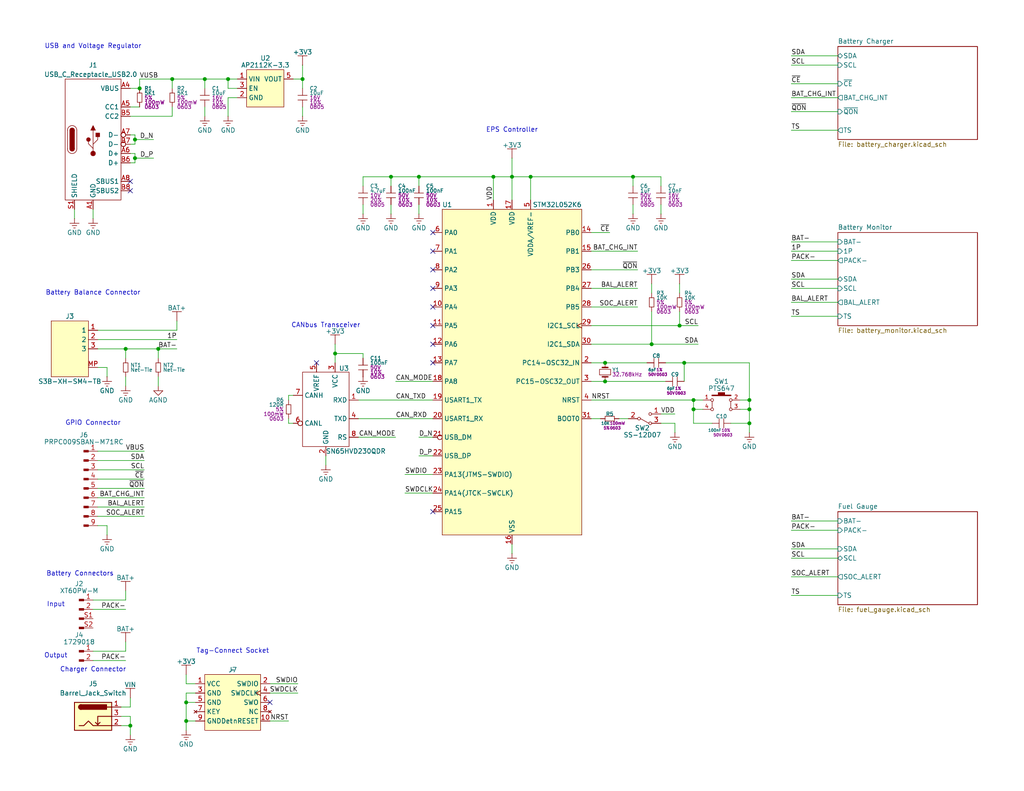
<source format=kicad_sch>
(kicad_sch (version 20231120) (generator "eeschema") (generator_version "8.0")
  (paper "USLetter")
  (title_block (title "BMS Breakout Board") (date "2024-11-01") (rev "01") (comment 2 "PROTOTYPE") (comment 3 "2024"))
  (junction (at 139.7 48.26))
  (junction (at 177.8 93.98))
  (junction (at 172.72 48.26))
  (junction (at 50.8 196.85))
  (junction (at 82.55 21.59))
  (junction (at 62.23 21.59))
  (junction (at 46.99 21.59))
  (junction (at 50.8 191.77))
  (junction (at 114.3 48.26))
  (junction (at 165.1 99.06))
  (junction (at 106.68 48.26))
  (junction (at 35.56 198.12))
  (junction (at 43.18 95.25))
  (junction (at 144.78 48.26))
  (junction (at 165.1 104.14))
  (junction (at 36.83 43.18))
  (junction (at 204.47 111.76))
  (junction (at 204.47 109.22))
  (junction (at 91.44 96.52))
  (junction (at 186.69 99.06))
  (junction (at 55.88 21.59))
  (junction (at 134.62 48.26))
  (junction (at 34.29 95.25))
  (junction (at 189.23 111.76))
  (junction (at 189.23 109.22))
  (junction (at 185.42 88.9))
  (junction (at 36.83 38.1))
  (junction (at 38.1 24.13))
  (junction (at 204.47 115.57))
  (no_connect (at 118.11 73.66))
  (no_connect (at 118.11 63.5))
  (no_connect (at 35.56 49.53))
  (no_connect (at 73.66 191.77))
  (no_connect (at 35.56 52.07))
  (no_connect (at 118.11 99.06))
  (no_connect (at 86.36 99.06))
  (no_connect (at 118.11 68.58))
  (no_connect (at 118.11 139.7))
  (no_connect (at 118.11 88.9))
  (no_connect (at 118.11 93.98))
  (no_connect (at 118.11 83.82))
  (no_connect (at 118.11 78.74))
  (wire (pts (xy 165.1 99.06) (xy 176.53 99.06)))
  (wire (pts (xy 35.56 29.21) (xy 38.1 29.21)))
  (wire (pts (xy 161.29 73.66) (xy 173.99 73.66)))
  (wire (pts (xy 215.9 82.55) (xy 228.6 82.55)))
  (wire (pts (xy 41.91 43.18) (xy 36.83 43.18)))
  (wire (pts (xy 53.34 191.77) (xy 50.8 191.77)))
  (wire (pts (xy 26.67 123.19) (xy 39.37 123.19)))
  (wire (pts (xy 91.44 93.98) (xy 91.44 96.52)))
  (wire (pts (xy 139.7 48.26) (xy 134.62 48.26)))
  (wire (pts (xy 139.7 48.26) (xy 144.78 48.26)))
  (wire (pts (xy 189.23 115.57) (xy 194.31 115.57)))
  (wire (pts (xy 50.8 199.39) (xy 50.8 196.85)))
  (wire (pts (xy 180.34 48.26) (xy 172.72 48.26)))
  (wire (pts (xy 185.42 77.47) (xy 185.42 80.01)))
  (wire (pts (xy 26.67 138.43) (xy 39.37 138.43)))
  (wire (pts (xy 110.49 129.54) (xy 118.11 129.54)))
  (wire (pts (xy 34.29 175.26) (xy 34.29 177.8)))
  (wire (pts (xy 50.8 186.69) (xy 53.34 186.69)))
  (wire (pts (xy 114.3 119.38) (xy 118.11 119.38)))
  (wire (pts (xy 180.34 115.57) (xy 184.15 115.57)))
  (wire (pts (xy 73.66 186.69) (xy 81.28 186.69)))
  (wire (pts (xy 26.67 92.71) (xy 48.26 92.71)))
  (wire (pts (xy 215.9 66.04) (xy 228.6 66.04)))
  (wire (pts (xy 43.18 95.25) (xy 43.18 97.79)))
  (wire (pts (xy 78.74 109.22) (xy 78.74 107.95)))
  (wire (pts (xy 215.9 35.56) (xy 228.6 35.56)))
  (wire (pts (xy 46.99 21.59) (xy 46.99 24.13)))
  (wire (pts (xy 26.67 128.27) (xy 39.37 128.27)))
  (wire (pts (xy 189.23 109.22) (xy 191.77 109.22)))
  (wire (pts (xy 161.29 109.22) (xy 189.23 109.22)))
  (wire (pts (xy 26.67 135.89) (xy 39.37 135.89)))
  (wire (pts (xy 35.56 36.83) (xy 36.83 36.83)))
  (wire (pts (xy 215.9 68.58) (xy 228.6 68.58)))
  (wire (pts (xy 134.62 48.26) (xy 134.62 54.61)))
  (wire (pts (xy 55.88 21.59) (xy 62.23 21.59)))
  (wire (pts (xy 172.72 50.8) (xy 172.72 48.26)))
  (wire (pts (xy 82.55 24.13) (xy 82.55 21.59)))
  (wire (pts (xy 99.06 48.26) (xy 99.06 50.8)))
  (wire (pts (xy 114.3 55.88) (xy 114.3 58.42)))
  (wire (pts (xy 139.7 148.59) (xy 139.7 151.13)))
  (wire (pts (xy 78.74 114.3) (xy 78.74 115.57)))
  (wire (pts (xy 55.88 29.21) (xy 55.88 31.75)))
  (wire (pts (xy 186.69 99.06) (xy 204.47 99.06)))
  (wire (pts (xy 114.3 124.46) (xy 118.11 124.46)))
  (wire (pts (xy 180.34 113.03) (xy 184.15 113.03)))
  (wire (pts (xy 189.23 111.76) (xy 189.23 115.57)))
  (wire (pts (xy 34.29 102.87) (xy 34.29 105.41)))
  (wire (pts (xy 161.29 114.3) (xy 163.83 114.3)))
  (wire (pts (xy 82.55 21.59) (xy 80.01 21.59)))
  (wire (pts (xy 177.8 77.47) (xy 177.8 80.01)))
  (wire (pts (xy 35.56 31.75) (xy 46.99 31.75)))
  (wire (pts (xy 215.9 71.12) (xy 228.6 71.12)))
  (wire (pts (xy 35.56 41.91) (xy 36.83 41.91)))
  (wire (pts (xy 26.67 125.73) (xy 39.37 125.73)))
  (wire (pts (xy 25.4 166.37) (xy 34.29 166.37)))
  (wire (pts (xy 50.8 191.77) (xy 50.8 196.85)))
  (wire (pts (xy 91.44 96.52) (xy 99.06 96.52)))
  (wire (pts (xy 215.9 142.24) (xy 228.6 142.24)))
  (wire (pts (xy 35.56 193.04) (xy 33.02 193.04)))
  (wire (pts (xy 50.8 189.23) (xy 50.8 191.77)))
  (wire (pts (xy 82.55 29.21) (xy 82.55 31.75)))
  (wire (pts (xy 53.34 189.23) (xy 50.8 189.23)))
  (wire (pts (xy 43.18 102.87) (xy 43.18 105.41)))
  (wire (pts (xy 161.29 83.82) (xy 173.99 83.82)))
  (wire (pts (xy 215.9 78.74) (xy 228.6 78.74)))
  (wire (pts (xy 180.34 50.8) (xy 180.34 48.26)))
  (wire (pts (xy 99.06 55.88) (xy 99.06 58.42)))
  (wire (pts (xy 215.9 157.48) (xy 228.6 157.48)))
  (wire (pts (xy 215.9 152.4) (xy 228.6 152.4)))
  (wire (pts (xy 48.26 95.25) (xy 43.18 95.25)))
  (wire (pts (xy 161.29 78.74) (xy 173.99 78.74)))
  (wire (pts (xy 25.4 177.8) (xy 34.29 177.8)))
  (wire (pts (xy 62.23 26.67) (xy 64.77 26.67)))
  (wire (pts (xy 38.1 21.59) (xy 46.99 21.59)))
  (wire (pts (xy 201.93 111.76) (xy 204.47 111.76)))
  (wire (pts (xy 36.83 43.18) (xy 36.83 44.45)))
  (wire (pts (xy 161.29 93.98) (xy 177.8 93.98)))
  (wire (pts (xy 184.15 115.57) (xy 184.15 118.11)))
  (wire (pts (xy 177.8 93.98) (xy 190.5 93.98)))
  (wire (pts (xy 139.7 43.18) (xy 139.7 48.26)))
  (wire (pts (xy 106.68 48.26) (xy 99.06 48.26)))
  (wire (pts (xy 161.29 104.14) (xy 165.1 104.14)))
  (wire (pts (xy 215.9 15.24) (xy 228.6 15.24)))
  (wire (pts (xy 36.83 38.1) (xy 36.83 39.37)))
  (wire (pts (xy 55.88 21.59) (xy 55.88 24.13)))
  (wire (pts (xy 204.47 118.11) (xy 204.47 115.57)))
  (wire (pts (xy 106.68 55.88) (xy 106.68 58.42)))
  (wire (pts (xy 107.95 104.14) (xy 118.11 104.14)))
  (wire (pts (xy 215.9 162.56) (xy 228.6 162.56)))
  (wire (pts (xy 204.47 111.76) (xy 204.47 109.22)))
  (wire (pts (xy 186.69 104.14) (xy 186.69 99.06)))
  (wire (pts (xy 165.1 104.14) (xy 181.61 104.14)))
  (wire (pts (xy 204.47 109.22) (xy 201.93 109.22)))
  (wire (pts (xy 161.29 68.58) (xy 173.99 68.58)))
  (wire (pts (xy 78.74 107.95) (xy 80.01 107.95)))
  (wire (pts (xy 36.83 38.1) (xy 41.91 38.1)))
  (wire (pts (xy 73.66 189.23) (xy 81.28 189.23)))
  (wire (pts (xy 144.78 48.26) (xy 144.78 54.61)))
  (wire (pts (xy 199.39 115.57) (xy 204.47 115.57)))
  (wire (pts (xy 215.9 144.78) (xy 228.6 144.78)))
  (wire (pts (xy 36.83 41.91) (xy 36.83 43.18)))
  (wire (pts (xy 29.21 102.87) (xy 29.21 100.33)))
  (wire (pts (xy 35.56 195.58) (xy 35.56 198.12)))
  (wire (pts (xy 35.56 190.5) (xy 35.56 193.04)))
  (wire (pts (xy 34.29 161.29) (xy 34.29 163.83)))
  (wire (pts (xy 110.49 134.62) (xy 118.11 134.62)))
  (wire (pts (xy 106.68 48.26) (xy 114.3 48.26)))
  (wire (pts (xy 46.99 21.59) (xy 55.88 21.59)))
  (wire (pts (xy 215.9 22.86) (xy 228.6 22.86)))
  (wire (pts (xy 25.4 163.83) (xy 34.29 163.83)))
  (wire (pts (xy 62.23 21.59) (xy 64.77 21.59)))
  (wire (pts (xy 36.83 36.83) (xy 36.83 38.1)))
  (wire (pts (xy 62.23 31.75) (xy 62.23 26.67)))
  (wire (pts (xy 25.4 57.15) (xy 25.4 59.69)))
  (wire (pts (xy 35.56 44.45) (xy 36.83 44.45)))
  (wire (pts (xy 78.74 115.57) (xy 80.01 115.57)))
  (wire (pts (xy 26.67 140.97) (xy 39.37 140.97)))
  (wire (pts (xy 215.9 17.78) (xy 228.6 17.78)))
  (wire (pts (xy 34.29 95.25) (xy 34.29 97.79)))
  (wire (pts (xy 161.29 99.06) (xy 165.1 99.06)))
  (wire (pts (xy 82.55 17.78) (xy 82.55 21.59)))
  (wire (pts (xy 106.68 50.8) (xy 106.68 48.26)))
  (wire (pts (xy 215.9 26.67) (xy 228.6 26.67)))
  (wire (pts (xy 139.7 54.61) (xy 139.7 48.26)))
  (wire (pts (xy 185.42 85.09) (xy 185.42 88.9)))
  (wire (pts (xy 48.26 87.63) (xy 48.26 90.17)))
  (wire (pts (xy 26.67 133.35) (xy 39.37 133.35)))
  (wire (pts (xy 215.9 86.36) (xy 228.6 86.36)))
  (wire (pts (xy 172.72 55.88) (xy 172.72 58.42)))
  (wire (pts (xy 26.67 95.25) (xy 34.29 95.25)))
  (wire (pts (xy 50.8 196.85) (xy 53.34 196.85)))
  (wire (pts (xy 29.21 100.33) (xy 26.67 100.33)))
  (wire (pts (xy 26.67 90.17) (xy 48.26 90.17)))
  (wire (pts (xy 185.42 88.9) (xy 190.5 88.9)))
  (wire (pts (xy 97.79 109.22) (xy 118.11 109.22)))
  (wire (pts (xy 38.1 24.13) (xy 35.56 24.13)))
  (wire (pts (xy 73.66 196.85) (xy 78.74 196.85)))
  (wire (pts (xy 38.1 21.59) (xy 38.1 24.13)))
  (wire (pts (xy 29.21 146.05) (xy 29.21 143.51)))
  (wire (pts (xy 114.3 48.26) (xy 134.62 48.26)))
  (wire (pts (xy 189.23 109.22) (xy 189.23 111.76)))
  (wire (pts (xy 25.4 180.34) (xy 34.29 180.34)))
  (wire (pts (xy 114.3 48.26) (xy 114.3 50.8)))
  (wire (pts (xy 34.29 95.25) (xy 43.18 95.25)))
  (wire (pts (xy 29.21 143.51) (xy 26.67 143.51)))
  (wire (pts (xy 181.61 99.06) (xy 186.69 99.06)))
  (wire (pts (xy 20.32 57.15) (xy 20.32 59.69)))
  (wire (pts (xy 26.67 130.81) (xy 39.37 130.81)))
  (wire (pts (xy 91.44 96.52) (xy 91.44 99.06)))
  (wire (pts (xy 168.91 114.3) (xy 171.45 114.3)))
  (wire (pts (xy 177.8 85.09) (xy 177.8 93.98)))
  (wire (pts (xy 97.79 119.38) (xy 107.95 119.38)))
  (wire (pts (xy 161.29 63.5) (xy 166.37 63.5)))
  (wire (pts (xy 99.06 96.52) (xy 99.06 97.79)))
  (wire (pts (xy 215.9 149.86) (xy 228.6 149.86)))
  (wire (pts (xy 62.23 21.59) (xy 62.23 24.13)))
  (wire (pts (xy 33.02 195.58) (xy 35.56 195.58)))
  (wire (pts (xy 97.79 114.3) (xy 118.11 114.3)))
  (wire (pts (xy 144.78 48.26) (xy 172.72 48.26)))
  (wire (pts (xy 215.9 76.2) (xy 228.6 76.2)))
  (wire (pts (xy 161.29 88.9) (xy 185.42 88.9)))
  (wire (pts (xy 180.34 55.88) (xy 180.34 58.42)))
  (wire (pts (xy 189.23 111.76) (xy 191.77 111.76)))
  (wire (pts (xy 46.99 31.75) (xy 46.99 29.21)))
  (wire (pts (xy 35.56 39.37) (xy 36.83 39.37)))
  (wire (pts (xy 35.56 198.12) (xy 33.02 198.12)))
  (wire (pts (xy 215.9 30.48) (xy 228.6 30.48)))
  (wire (pts (xy 50.8 184.15) (xy 50.8 186.69)))
  (wire (pts (xy 64.77 24.13) (xy 62.23 24.13)))
  (wire (pts (xy 204.47 109.22) (xy 204.47 99.06)))
  (wire (pts (xy 204.47 115.57) (xy 204.47 111.76)))
  (wire (pts (xy 88.9 124.46) (xy 88.9 127)))
  (wire (pts (xy 35.56 200.66) (xy 35.56 198.12)))
  (text "Tag-Connect Socket" (at 63.5 177.8 0) (effects (font (size 1.27 1.27))))
  (text "Battery Connectors" (at 21.844 156.718 0) (effects (font (size 1.27 1.27))))
  (text "Output" (at 15.24 179.07 0) (effects (font (size 1.27 1.27))))
  (text "EPS Controller" (at 139.7 35.56 0) (effects (font (size 1.27 1.27))))
  (text "Charger Connector" (at 25.4 182.88 0) (effects (font (size 1.27 1.27))))
  (text "CANbus Transceiver" (at 88.9 88.9 0) (effects (font (size 1.27 1.27))))
  (text "USB and Voltage Regulator" (at 25.4 12.7 0) (effects (font (size 1.27 1.27))))
  (text "Battery Balance Connector" (at 25.4 80.01 0) (effects (font (size 1.27 1.27))))
  (text "Input" (at 15.24 165.1 0) (effects (font (size 1.27 1.27))))
  (text "GPIO Connector" (at 25.4 115.57 0) (effects (font (size 1.27 1.27))))
  (label "~{QON}" (at 39.37 133.35 180))
  (label "~{CE}" (at 39.37 130.81 180))
  (label "SDA" (at 215.9 76.2 0))
  (label "~{CE}" (at 215.9 22.86 0))
  (label "TS" (at 215.9 86.36 0))
  (label "SCL" (at 215.9 152.4 0))
  (label "D_N" (at 41.91 38.1 180))
  (label "SWDIO" (at 110.49 129.54 0))
  (label "SCL" (at 215.9 78.74 0))
  (label "CAN_MODE" (at 107.95 104.14 0))
  (label "PACK-" (at 34.29 180.34 180))
  (label "SDA" (at 215.9 149.86 0))
  (label "BAL_ALERT" (at 39.37 138.43 180))
  (label "SDA" (at 39.37 125.73 180))
  (label "SDA" (at 190.5 93.98 180))
  (label "PACK-" (at 215.9 71.12 0))
  (label "BAT-" (at 215.9 66.04 0))
  (label "NRST" (at 166.37 109.22 180))
  (label "SCL" (at 190.5 88.9 180))
  (label "SWDCLK" (at 81.28 189.23 180))
  (label "BAL_ALERT" (at 215.9 82.55 0))
  (label "PACK-" (at 215.9 144.78 0))
  (label "D_N" (at 114.3 119.38 0))
  (label "BAL_ALERT" (at 173.99 78.74 180))
  (label "~{CE}" (at 166.37 63.5 180))
  (label "BAT-" (at 215.9 142.24 0))
  (label "SOC_ALERT" (at 173.99 83.82 180))
  (label "SCL" (at 39.37 128.27 180))
  (label "SOC_ALERT" (at 39.37 140.97 180))
  (label "BAT_CHG_INT" (at 39.37 135.89 180))
  (label "CAN_TXD" (at 107.95 109.22 0))
  (label "1P" (at 215.9 68.58 0))
  (label "VBUS" (at 39.37 123.19 180))
  (label "SCL" (at 215.9 17.78 0))
  (label "NRST" (at 78.74 196.85 180))
  (label "VUSB" (at 43.18 21.59 180))
  (label "SWDCLK" (at 110.49 134.62 0))
  (label "~{QON}" (at 173.99 73.66 180))
  (label "CAN_RXD" (at 107.95 114.3 0))
  (label "TS" (at 215.9 162.56 0))
  (label "VDD" (at 184.15 113.03 180))
  (label "D_P" (at 41.91 43.18 180))
  (label "BAT-" (at 48.26 95.25 180))
  (label "~{QON}" (at 215.9 30.48 0))
  (label "TS" (at 215.9 35.56 0))
  (label "SDA" (at 215.9 15.24 0))
  (label "D_P" (at 114.3 124.46 0))
  (label "VDD" (at 134.62 50.8 270))
  (label "BAT_CHG_INT" (at 215.9 26.67 0))
  (label "CAN_MODE" (at 107.95 119.38 180))
  (label "SWDIO" (at 81.28 186.69 180))
  (label "PACK-" (at 34.29 166.37 180))
  (label "1P" (at 48.26 92.71 180))
  (label "SOC_ALERT" (at 215.9 157.48 0))
  (label "BAT_CHG_INT" (at 173.99 68.58 180))
  (symbol (lib_name "C_2") (lib_id "lib_sch:C_2") (at 114.3 53.34 0) (unit 1)
    (property "Reference" "C5" (at 116.205 50.8 0) (effects (font (size 1.016 1.016)) (justify left)))
    (property "Value" "100nF" (at 116.205 52.07 0) (effects (font (size 1.016 1.016)) (justify left)))
    (property "Footprint" "DS-Capacitors-SMD:MLCC0603" (effects (hide yes)))
    (property "Datasheet" "datasheets/Kyocera-AVX-MLCCKAM.pdf" (effects (hide yes)))
    (property "Description" "CAP CER 0.1UF 50V X7R 0603" (effects (hide yes)))
    (property "Manufacturer" "KYOCERA AVX" (effects (hide yes)))
    (property "MPN" "06035C104K4T4A" (effects (hide yes)))
    (property "DKPN" "478-KAM15AR71H104KMCT-ND" (effects (hide yes)))
    (property "Tolerance" "10%" (at 116.205 54.61 0) (effects (font (size 1.016 1.016)) (justify left)))
    (property "Voltage Rating" "50V" (at 116.205 53.34 0) (effects (font (size 1.016 1.016)) (justify left)))
    (property "Package" "0603" (at 116.205 55.88 0) (effects (font (size 1.016 1.016)) (justify left)))
  )
  (symbol (lib_id "lib_sch:SPST-NO Button") (at 196.85 110.49 0) (unit 1)
    (property "Reference" "SW1" (at 196.85 104.14 0))
    (property "Value" "PTS647" (at 196.85 106.045 0))
    (property "Footprint" "DS-Switches:SW_4.5x4.5" (effects (hide yes)))
    (property "Datasheet" "datasheets/CK-Switches-PTS647.pdf" (effects (hide yes)))
    (property "Description" "SWITCH TACTILE SPST-NO 0.05A 12V" (effects (hide yes)))
    (property "Manufacturer" "C&K" (effects (hide yes)))
    (property "MPN" "PTS 647 SM38 SMTR2 LFS" (effects (hide yes)))
    (property "DKPN" "PTS647SM38SMTR2LFSCT-ND" (effects (hide yes)))
  )
  (symbol (lib_id "lib_sch:GND") (at 35.56 200.66 0) (unit 1)
    (property "Reference" "#PWR038" (effects (hide yes)))
    (property "Value" "GND" (at 35.56 204.47 0))
  )
  (symbol (lib_id "lib_sch:Barrel_Jack_Switch") (at 25.4 195.58 0) (unit 1)
    (property "Reference" "J5" (at 25.4 186.69 0))
    (property "Value" "Barrel_Jack_Switch" (at 25.4 189.23 0))
    (property "Footprint" "DS-Battery-Connectors:PJ-002A" (effects (hide yes)))
    (property "Datasheet" "datasheets/CUI-Devices-PJ-002A.pdf" (effects (hide yes)))
    (property "Description" "CONN PWR JACK 2X5.5MM SOLDER" (effects (hide yes)))
    (property "Manufacturer" "Same Sky" (effects (hide yes)))
    (property "MPN" "PJ-002A" (effects (hide yes)))
    (property "DKPN" "CP-002A-ND" (effects (hide yes)))
  )
  (symbol (lib_id "lib_sch:+3V3") (at 82.55 17.78 0) (unit 1)
    (property "Reference" "#PWR059" (effects (hide yes)))
    (property "Value" "+3V3" (at 82.55 14.224 0))
  )
  (symbol (lib_name "C_2") (lib_id "lib_sch:C_2") (at 99.06 53.34 0) (unit 1)
    (property "Reference" "C3" (at 100.965 50.8 0) (effects (font (size 1.016 1.016)) (justify left)))
    (property "Value" "4.7uF" (at 100.965 52.07 0) (effects (font (size 1.016 1.016)) (justify left)))
    (property "Footprint" "DS-Capacitors-SMD:MLCC0603" (effects (hide yes)))
    (property "Datasheet" "datasheets/Kyocera-AVX-MLCCKAM.pdf" (effects (hide yes)))
    (property "Description" "CAP CER 4.7UF 10V X7R 0805" (effects (hide yes)))
    (property "Manufacturer" "KYOCERA AVX" (effects (hide yes)))
    (property "MPN" "0805ZC475MAT2A" (effects (hide yes)))
    (property "DKPN" "478-KGM21AR71A475MUCT-ND" (effects (hide yes)))
    (property "Tolerance" "20%" (at 100.965 54.61 0) (effects (font (size 1.016 1.016)) (justify left)))
    (property "Voltage Rating" "10V" (at 100.965 53.34 0) (effects (font (size 1.016 1.016)) (justify left)))
    (property "Package" "0805" (at 100.965 55.88 0) (effects (font (size 1.016 1.016)) (justify left)))
  )
  (symbol (lib_id "lib_sch:GND") (at 180.34 58.42 0) (unit 1)
    (property "Reference" "#PWR047" (effects (hide yes)))
    (property "Value" "GND" (at 180.34 62.23 0))
  )
  (symbol (lib_id "lib_sch:GND") (at 29.21 146.05 0) (unit 1)
    (property "Reference" "#PWR037" (effects (hide yes)))
    (property "Value" "GND" (at 29.21 149.86 0))
  )
  (symbol (lib_id "lib_sch:USB_C_Receptacle_USB2.0") (at 25.4 38.1 0) (unit 1)
    (property "Reference" "J1" (at 25.4 17.78 0))
    (property "Value" "USB_C_Receptacle_USB2.0" (at 24.765 20.32 0))
    (property "Footprint" "DS-Connector-USB:MOLEX_2171790001" (effects (hide yes)))
    (property "Datasheet" "datasheets/Molex_2171790001.pdf" (effects (hide yes)))
    (property "Description" "CONN RCP USB2.0 TYP C 24P SMD RA" (effects (hide yes)))
    (property "Manufacturer" "Molex" (effects (hide yes)))
    (property "MPN" "2171790001" (effects (hide yes)))
    (property "DKPN" "900-2171790001CT-ND" (effects (hide yes)))
  )
  (symbol (lib_id "lib_sch:NT") (at 34.29 100.33 0) (unit 1)
    (property "Reference" "NT1" (at 35.56 99.695 0) (effects (font (size 1.016 1.016)) (justify left)))
    (property "Value" "Net-Tie" (at 35.56 100.965 0) (effects (font (size 1.016 1.016)) (justify left)))
    (property "Footprint" "DS-Resistors-SMD:CRCW1210" (effects (hide yes)))
    (property "Datasheet" "datasheets/Vishay-Dale-DRCWe3.pdf" (effects (hide yes)))
    (property "Description" "RES SMD 0 OHM JUMPER 3/4W 2010" (effects (hide yes)))
    (property "Manufacturer" "Vishay Dale" (effects (hide yes)))
    (property "MPN" "CRCW20100000Z0EF" (effects (hide yes)))
    (property "DKPN" "541-0.0WCT-ND" (effects (hide yes)))
  )
  (symbol (lib_id "lib_sch:GND") (at 139.7 151.13 0) (unit 1)
    (property "Reference" "#PWR042" (effects (hide yes)))
    (property "Value" "GND" (at 139.7 154.94 0))
  )
  (symbol (lib_id "lib_sch:BAT+") (at 34.29 161.29 0) (unit 1)
    (property "Reference" "#PWR04" (effects (hide yes)))
    (property "Value" "BAT+" (at 34.29 157.734 0))
  )
  (symbol (lib_id "lib_sch:+3V3") (at 50.8 184.15 0) (unit 1)
    (property "Reference" "#PWR054" (effects (hide yes)))
    (property "Value" "+3V3" (at 50.8 180.594 0))
  )
  (symbol (lib_id "lib_sch:GND") (at 50.8 199.39 0) (unit 1)
    (property "Reference" "#PWR053" (effects (hide yes)))
    (property "Value" "GND" (at 50.8 203.2 0))
  )
  (symbol (lib_id "lib_sch:BAT+") (at 34.29 175.26 0) (unit 1)
    (property "Reference" "#PWR036" (effects (hide yes)))
    (property "Value" "BAT+" (at 34.29 171.704 0))
  )
  (symbol (lib_id "lib_sch:BAT+") (at 48.26 87.63 0) (unit 1)
    (property "Reference" "#PWR02" (effects (hide yes)))
    (property "Value" "BAT+" (at 48.26 84.074 0))
  )
  (symbol (lib_id "lib_sch:STM32L052K6") (at 139.7 101.6 0) (unit 1)
    (property "Reference" "U1" (at 120.65 55.88 0) (effects (justify left)))
    (property "Value" "STM32L052K6" (at 158.75 55.88 0) (effects (justify right)))
    (property "Footprint" "DS-Microcontrollers:UFQFPN32" (effects (hide yes)))
    (property "Datasheet" "datasheets/ST-STM32L052xx.pdf" (effects (hide yes)))
    (property "Description" "IC MCU 32BIT 128KB FLSH 32UFQFPN" (effects (hide yes)))
    (property "Manufacturer" "STMicroelectronics" (effects (hide yes)))
    (property "MPN" "STM32L052K6U6TR" (effects (hide yes)))
    (property "DKPN" "497-18813-1-ND" (effects (hide yes)))
    (pin "29" (alternate "I2C1_SCL"))
    (pin "19" (alternate "USART1_TX"))
    (pin "20" (alternate "USART1_RX"))
    (pin "21" (alternate "USB_DM"))
    (pin "22" (alternate "USB_DP"))
    (pin "30" (alternate "I2C1_SDA"))
  )
  (symbol (lib_id "lib_sch:GND") (at 34.29 105.41 0) (unit 1)
    (property "Reference" "#PWR033" (effects (hide yes)))
    (property "Value" "GND" (at 34.29 109.22 0))
  )
  (symbol (lib_id "lib_sch:GND") (at 99.06 58.42 0) (unit 1)
    (property "Reference" "#PWR045" (effects (hide yes)))
    (property "Value" "GND" (at 99.06 62.23 0))
  )
  (symbol (lib_id "lib_sch:+3V3") (at 177.8 77.47 0) (unit 1)
    (property "Reference" "#PWR049" (effects (hide yes)))
    (property "Value" "+3V3" (at 177.8 73.914 0))
  )
  (symbol (lib_id "lib_sch:AP2112K") (at 72.39 24.13 0) (unit 1)
    (property "Reference" "U2" (at 72.39 15.875 0))
    (property "Value" "AP2112K-3.3" (at 72.39 17.78 0))
    (property "Footprint" "DS-Package-SO:SOT23-5P95_280X300X110L40X38N" (effects (hide yes)))
    (property "Datasheet" "datasheets/Diodes-Incorporated-AP2112.pdf" (effects (hide yes)))
    (property "Description" "IC REG LINEAR 3.3V 600MA SOT25" (effects (hide yes)))
    (property "Manufacturer" "AP2112K-3.3TRG1DICT-ND" (effects (hide yes)))
    (property "MPN" "AP2112K-3.3TRG1" (effects (hide yes)))
    (property "DKPN" "AP2112K-3.3TRG1DICT-ND" (effects (hide yes)))
  )
  (symbol (lib_id "lib_sch:GND") (at 62.23 31.75 0) (unit 1)
    (property "Reference" "#PWR057" (effects (hide yes)))
    (property "Value" "GND" (at 62.23 35.56 0))
  )
  (symbol (lib_id "lib_sch:GND") (at 25.4 59.69 0) (unit 1)
    (property "Reference" "#PWR035" (effects (hide yes)))
    (property "Value" "GND" (at 25.4 63.5 0))
  )
  (symbol (lib_id "lib_sch:C_horizontal") (at 184.15 104.14 0) (unit 1)
    (property "Reference" "C9" (at 184.15 102.235 0) (effects (font (size 1.016 1.016))))
    (property "Value" "6pF" (at 184.15 106.045 0) (effects (font (size 0.762 0.762)) (justify right)))
    (property "Footprint" "DS-Capacitors-SMD:MLCC0603" (effects (hide yes)))
    (property "Datasheet" "datasheets/Kyocera-AVX-C0GNP0-KGM.pdf" (effects (hide yes)))
    (property "Description" "CAP CER 6PF 50V C0G/NP0 0603" (effects (hide yes)))
    (property "Manufacturer" "KYOCERA AVX" (effects (hide yes)))
    (property "MPN" "06035A6R0B4T2A" (effects (hide yes)))
    (property "DKPN" "478-06035A6R0B4T2ACT-ND" (effects (hide yes)))
    (property "Tolerace" "1%" (at 184.15 106.045 0) (effects (font (size 0.762 0.762)) (justify left)))
    (property "Voltage Rating" "50V" (at 184.15 107.315 0) (effects (font (size 0.762 0.762)) (justify right)))
    (property "Package" "0603" (at 184.15 107.315 0) (effects (font (size 0.762 0.762)) (justify left)))
  )
  (symbol (lib_id "lib_sch:GND") (at 29.21 102.87 0) (unit 1)
    (property "Reference" "#PWR019" (effects (hide yes)))
    (property "Value" "GND" (at 29.21 106.68 0))
  )
  (symbol (lib_id "lib_sch:GND") (at 114.3 58.42 0) (unit 1)
    (property "Reference" "#PWR044" (effects (hide yes)))
    (property "Value" "GND" (at 114.3 62.23 0))
  )
  (symbol (lib_id "lib_sch:R") (at 38.1 26.67 0) (unit 1)
    (property "Reference" "R1" (at 39.37 24.13 0) (effects (font (size 1.016 1.016)) (justify left)))
    (property "Value" "5K1" (at 39.37 25.4 0) (effects (font (size 1.016 1.016)) (justify left)))
    (property "Footprint" "DS-Resistors-SMD:CRCW0603" (effects (hide yes)))
    (property "Datasheet" "datasheets/Vishay-Dale-DRCWe3.pdf" (effects (hide yes)))
    (property "Description" "RES SMD 5.1K OHM 5% 1/10W 0603" (effects (hide yes)))
    (property "Manufacturer" "Vishay Dale" (effects (hide yes)))
    (property "MPN" "CRCW06035K10JNEA" (effects (hide yes)))
    (property "DKPN" "541-5.1KGCT-ND" (effects (hide yes)))
    (property "Tolerance" "5%" (at 39.37 26.67 0) (effects (font (size 1.016 1.016)) (justify left)))
    (property "Power Rating" "100mW" (at 39.37 27.94 0) (effects (font (size 1.016 1.016)) (justify left)))
    (property "Package" "0603" (at 39.37 29.21 0) (effects (font (size 1.016 1.016)) (justify left)))
  )
  (symbol (lib_id "lib_sch:SPDT") (at 175.26 114.3 0) (unit 1)
    (property "Reference" "SW2" (at 175.26 116.84 0))
    (property "Value" "SS-12D07" (at 175.26 118.745 0))
    (property "Footprint" "DS-Switches:SS-12D07-VG_GA_PA" (effects (hide yes)))
    (property "Datasheet" "datasheets/CK-Switches-SS-12D07-VG_GA_PA.pdf" (effects (hide yes)))
    (property "Description" "SWITCH SLIDE SPDT 300MA 30V" (effects (hide yes)))
    (property "Manufacturer" "C&K" (effects (hide yes)))
    (property "MPN" "SS-12D07-VG 4 NS GA PA" (effects (hide yes)))
    (property "DKPN" "CKN10397-ND" (effects (hide yes)))
  )
  (symbol (lib_id "lib_sch:GND") (at 20.32 59.69 0) (unit 1)
    (property "Reference" "#PWR055" (effects (hide yes)))
    (property "Value" "GND" (at 20.32 63.5 0))
  )
  (symbol (lib_id "lib_sch:GND") (at 184.15 118.11 0) (unit 1)
    (property "Reference" "#PWR040" (effects (hide yes)))
    (property "Value" "GND" (at 184.15 121.92 0))
  )
  (symbol (lib_id "lib_sch:SN65HVD23xQ") (at 88.9 111.76 0) (mirror y) (unit 1)
    (property "Reference" "U3" (at 95.25 100.584 0) (effects (justify left)))
    (property "Value" "SN65HVD230QDR" (at 88.9 123.19 0) (effects (justify right)))
    (property "Footprint" "DS-Package-SO:SOIC8P127_490X600X195L83X42N" (effects (hide yes)))
    (property "Datasheet" "datasheets/Texas-Instrumnets-SN65HVD23xQ-Q1.pdf" (effects (hide yes)))
    (property "Description" "1/1 Transceiver Half CANbus 8-SOIC" (effects (hide yes)))
    (property "Manufacturer" "Texas Instruments" (effects (hide yes)))
    (property "MPN" "SN65HVD230QDR" (effects (hide yes)))
    (property "DKPN" "296-39176-1-ND" (effects (hide yes)))
  )
  (symbol (lib_id "lib_sch:GND") (at 204.47 118.11 0) (unit 1)
    (property "Reference" "#PWR048" (effects (hide yes)))
    (property "Value" "GND" (at 204.47 121.92 0))
  )
  (symbol (lib_id "lib_sch:+3V3") (at 185.42 77.47 0) (unit 1)
    (property "Reference" "#PWR050" (effects (hide yes)))
    (property "Value" "+3V3" (at 185.42 73.914 0))
  )
  (symbol (lib_id "lib_sch:+3V3") (at 139.7 43.18 0) (unit 1)
    (property "Reference" "#PWR041" (effects (hide yes)))
    (property "Value" "+3V3" (at 139.7 39.624 0))
  )
  (symbol (lib_id "lib_sch:C") (at 172.72 53.34 0) (unit 1)
    (property "Reference" "C6" (at 174.625 50.8 0) (effects (font (size 1.016 1.016)) (justify left)))
    (property "Value" "1uF" (at 174.625 52.07 0) (effects (font (size 1.016 1.016)) (justify left)))
    (property "Footprint" "DS-Capacitors-SMD:MLCC0805" (effects (hide yes)))
    (property "Datasheet" "datasheets/Kyocera-AVX-MLCCKAM.pdf" (effects (hide yes)))
    (property "Description" "CAP CER 1UF 50V X7R 0805" (effects (hide yes)))
    (property "Manufacturer" "KYOCERA AVX" (effects (hide yes)))
    (property "MPN" "08055C105KAT4A" (effects (hide yes)))
    (property "DKPN" "478-KGM21AR71H105KLCT-ND" (effects (hide yes)))
    (property "Tolerance" "10%" (at 174.625 54.61 0) (effects (font (size 1.016 1.016)) (justify left)))
    (property "Voltage Rating" "50V" (at 174.625 53.34 0) (effects (font (size 1.016 1.016)) (justify left)))
    (property "Package" "0805" (at 174.625 55.88 0) (effects (font (size 1.016 1.016)) (justify left)))
  )
  (symbol (lib_id "lib_sch:R") (at 177.8 82.55 0) (unit 1)
    (property "Reference" "R3" (at 179.07 80.01 0) (effects (font (size 1.016 1.016)) (justify left)))
    (property "Value" "10K" (at 179.07 81.28 0) (effects (font (size 1.016 1.016)) (justify left)))
    (property "Footprint" "DS-Resistors-SMD:CRCW0603" (effects (hide yes)))
    (property "Datasheet" "datasheets/Vishay-Dale-DRCWe3.pdf" (effects (hide yes)))
    (property "Description" "RES SMD 10K OHM 5% 1/10W 0603" (effects (hide yes)))
    (property "Manufacturer" "Vishay Dale" (effects (hide yes)))
    (property "MPN" "CRCW060310K0JNEA" (effects (hide yes)))
    (property "DKPN" "541-10KGCT-ND" (effects (hide yes)))
    (property "Tolerance" "5%" (at 179.07 82.55 0) (effects (font (size 1.016 1.016)) (justify left)))
    (property "Power Rating" "100mW" (at 179.07 83.82 0) (effects (font (size 1.016 1.016)) (justify left)))
    (property "Package" "0603" (at 179.07 85.09 0) (effects (font (size 1.016 1.016)) (justify left)))
  )
  (symbol (lib_id "lib_sch:R_horizontal") (at 166.37 114.3 0) (unit 1)
    (property "Reference" "R5" (at 166.37 113.03 0) (effects (font (size 1.016 1.016))))
    (property "Value" "10K" (at 166.37 115.57 0) (effects (font (size 0.762 0.762)) (justify right)))
    (property "Footprint" "DS-Resistors-SMD:CRCW0603" (effects (hide yes)))
    (property "Datasheet" "datasheets/Vishay-Dale-DRCWe3.pdf" (effects (hide yes)))
    (property "Description" "RES SMD 10K OHM 5% 1/10W 0603" (effects (hide yes)))
    (property "Manufacturer" "Vishay Dale" (effects (hide yes)))
    (property "MPN" "CRCW060310K0JNEA" (effects (hide yes)))
    (property "DKPN" "541-10KGCT-ND" (effects (hide yes)))
    (property "Tolerance" "5%" (at 166.37 116.84 0) (effects (font (size 0.762 0.762)) (justify right)))
    (property "Power Rating" "100mW" (at 166.37 115.57 0) (effects (font (size 0.762 0.762)) (justify left)))
    (property "Package" "0603" (at 166.37 116.84 0) (effects (font (size 0.762 0.762)) (justify left)))
  )
  (symbol (lib_id "lib_sch:+3V3") (at 91.44 93.98 0) (unit 1)
    (property "Reference" "#PWR051" (effects (hide yes)))
    (property "Value" "+3V3" (at 91.44 90.424 0))
  )
  (symbol (lib_id "lib_sch:C") (at 82.55 26.67 0) (unit 1)
    (property "Reference" "C2" (at 84.455 24.13 0) (effects (font (size 1.016 1.016)) (justify left)))
    (property "Value" "10uF" (at 84.455 25.4 0) (effects (font (size 1.016 1.016)) (justify left)))
    (property "Footprint" "DS-Capacitors-SMD:MLCC0805" (effects (hide yes)))
    (property "Datasheet" "datasheets/Kyocera-AVX-MLCCKAM.pdf" (effects (hide yes)))
    (property "Description" "CAP CER 10UF 16V X7R 0805" (effects (hide yes)))
    (property "Manufacturer" "KYOCERA AVX" (effects (hide yes)))
    (property "MPN" "KGM21AR71C106KU" (effects (hide yes)))
    (property "DKPN" "478-KGM21AR71C106KUCT-ND" (effects (hide yes)))
    (property "Tolerance" "10%" (at 84.455 27.94 0) (effects (font (size 1.016 1.016)) (justify left)))
    (property "Voltage Rating" "16V" (at 84.455 26.67 0) (effects (font (size 1.016 1.016)) (justify left)))
    (property "Package" "0805" (at 84.455 29.21 0) (effects (font (size 1.016 1.016)) (justify left)))
  )
  (symbol (lib_id "lib_sch:NT") (at 43.18 100.33 0) (unit 1)
    (property "Reference" "NT2" (at 44.45 99.695 0) (effects (font (size 1.016 1.016)) (justify left)))
    (property "Value" "Net-Tie" (at 44.45 100.965 0) (effects (font (size 1.016 1.016)) (justify left)))
    (property "Footprint" "DS-Resistors-SMD:CRCW1210" (effects (hide yes)))
    (property "Datasheet" "datasheets/Vishay-Dale-DRCWe3.pdf" (effects (hide yes)))
    (property "Description" "RES SMD 0 OHM JUMPER 3/4W 2010" (effects (hide yes)))
    (property "Manufacturer" "Vishay Dale" (effects (hide yes)))
    (property "MPN" "CRCW20100000Z0EF" (effects (hide yes)))
    (property "DKPN" "541-0.0WCT-ND" (effects (hide yes)))
  )
  (symbol (lib_id "lib_sch:GND") (at 99.06 102.87 0) (unit 1)
    (property "Reference" "#PWR060" (effects (hide yes)))
    (property "Value" "GND" (at 99.06 106.68 0))
  )
  (symbol (lib_id "lib_sch:C_horizontal") (at 179.07 99.06 0) (unit 1)
    (property "Reference" "C8" (at 179.07 97.155 0) (effects (font (size 1.016 1.016))))
    (property "Value" "6pF" (at 179.07 100.965 0) (effects (font (size 0.762 0.762)) (justify right)))
    (property "Footprint" "DS-Capacitors-SMD:MLCC0603" (effects (hide yes)))
    (property "Datasheet" "datasheets/Kyocera-AVX-C0GNP0-KGM.pdf" (effects (hide yes)))
    (property "Description" "CAP CER 6PF 50V C0G/NP0 0603" (effects (hide yes)))
    (property "Manufacturer" "KYOCERA AVX" (effects (hide yes)))
    (property "MPN" "06035A6R0B4T2A" (effects (hide yes)))
    (property "DKPN" "478-06035A6R0B4T2ACT-ND" (effects (hide yes)))
    (property "Tolerace" "1%" (at 179.07 100.965 0) (effects (font (size 0.762 0.762)) (justify left)))
    (property "Voltage Rating" "50V" (at 179.07 102.235 0) (effects (font (size 0.762 0.762)) (justify right)))
    (property "Package" "0603" (at 179.07 102.235 0) (effects (font (size 0.762 0.762)) (justify left)))
  )
  (symbol (lib_id "lib_sch:GND") (at 106.68 58.42 0) (unit 1)
    (property "Reference" "#PWR043" (effects (hide yes)))
    (property "Value" "GND" (at 106.68 62.23 0))
  )
  (symbol (lib_name "C_2") (lib_id "lib_sch:C_2") (at 99.06 100.33 0) (unit 1)
    (property "Reference" "C11" (at 100.965 97.79 0) (effects (font (size 1.016 1.016)) (justify left)))
    (property "Value" "100nF" (at 100.965 99.06 0) (effects (font (size 1.016 1.016)) (justify left)))
    (property "Footprint" "DS-Capacitors-SMD:MLCC0603" (effects (hide yes)))
    (property "Datasheet" "datasheets/Kyocera-AVX-MLCCKAM.pdf" (effects (hide yes)))
    (property "Description" "CAP CER 0.1UF 50V X7R 0603" (effects (hide yes)))
    (property "Manufacturer" "KYOCERA AVX" (effects (hide yes)))
    (property "MPN" "06035C104K4T4A" (effects (hide yes)))
    (property "DKPN" "478-KAM15AR71H104KMCT-ND" (effects (hide yes)))
    (property "Tolerance" "10%" (at 100.965 101.6 0) (effects (font (size 1.016 1.016)) (justify left)))
    (property "Voltage Rating" "50V" (at 100.965 100.33 0) (effects (font (size 1.016 1.016)) (justify left)))
    (property "Package" "0603" (at 100.965 102.87 0) (effects (font (size 1.016 1.016)) (justify left)))
  )
  (symbol (lib_id "DS-Connectors:S3B-PH-SM4-TB") (at 19.05 95.25 0) (mirror y) (unit 1)
    (property "Reference" "J3" (at 19.05 86.36 0))
    (property "Value" "S3B-XH-SM4-TB" (at 19.05 104.14 0))
    (property "Footprint" "DS-Rectangular-Connectors:JST_XH_S3B-SM4-TB" (effects (hide yes)))
    (property "Datasheet" "datasheets/JST-eXH.pdf" (effects (hide yes)))
    (property "Description" "CONN HEADER SMD R/A 3POS 2.5MM" (effects (hide yes)))
    (property "Manufacturer" "JST Sales America Inc." (effects (hide yes)))
    (property "MPN" "S3B-XH-SM4-TB" (effects (hide yes)))
    (property "DKPN" "455-S3B-XH-SM4-TBCT-ND" (effects (hide yes)))
  )
  (symbol (lib_id "lib_sch:R") (at 185.42 82.55 0) (unit 1)
    (property "Reference" "R4" (at 186.69 80.01 0) (effects (font (size 1.016 1.016)) (justify left)))
    (property "Value" "10K" (at 186.69 81.28 0) (effects (font (size 1.016 1.016)) (justify left)))
    (property "Footprint" "DS-Resistors-SMD:CRCW0603" (effects (hide yes)))
    (property "Datasheet" "datasheets/Vishay-Dale-DRCWe3.pdf" (effects (hide yes)))
    (property "Description" "RES SMD 10K OHM 5% 1/10W 0603" (effects (hide yes)))
    (property "Manufacturer" "Vishay Dale" (effects (hide yes)))
    (property "MPN" "CRCW060310K0JNEA" (effects (hide yes)))
    (property "DKPN" "541-10KGCT-ND" (effects (hide yes)))
    (property "Tolerance" "5%" (at 186.69 82.55 0) (effects (font (size 1.016 1.016)) (justify left)))
    (property "Power Rating" "100mW" (at 186.69 83.82 0) (effects (font (size 1.016 1.016)) (justify left)))
    (property "Package" "0603" (at 186.69 85.09 0) (effects (font (size 1.016 1.016)) (justify left)))
  )
  (symbol (lib_name "C_2") (lib_id "lib_sch:C_2") (at 180.34 53.34 0) (unit 1)
    (property "Reference" "C7" (at 182.245 50.8 0) (effects (font (size 1.016 1.016)) (justify left)))
    (property "Value" "10nF" (at 182.245 52.07 0) (effects (font (size 1.016 1.016)) (justify left)))
    (property "Footprint" "DS-Capacitors-SMD:MLCC0603" (effects (hide yes)))
    (property "Datasheet" "datasheets/Kyocera-AVX-MLCCKAM.pdf" (effects (hide yes)))
    (property "Description" "CAP CER 10000PF 16V X7R 0603" (effects (hide yes)))
    (property "Manufacturer" "KYOCERA AVX" (effects (hide yes)))
    (property "MPN" "KGM15AR71C103KT" (effects (hide yes)))
    (property "DKPN" "478-KGM15AR71C103KTCT-ND" (effects (hide yes)))
    (property "Tolerance" "10%" (at 182.245 54.61 0) (effects (font (size 1.016 1.016)) (justify left)))
    (property "Voltage Rating" "16V" (at 182.245 53.34 0) (effects (font (size 1.016 1.016)) (justify left)))
    (property "Package" "0603" (at 182.245 55.88 0) (effects (font (size 1.016 1.016)) (justify left)))
  )
  (symbol (lib_id "lib_sch:Conn_01x09_Pin") (at 22.86 133.35 0) (unit 1)
    (property "Reference" "J6" (at 22.86 118.745 0))
    (property "Value" "PRPC009SBAN-M71RC" (at 22.86 120.65 0))
    (property "Footprint" "DS-Rectangular-Connectors:conn_01x09_254_right_angle" (effects (hide yes)))
    (property "Datasheet" "datasheets/Sullins-Connectors-xRxCzzzSxxN-M71RC.pdf" (effects (hide yes)))
    (property "Description" "CONN HEADER R/A 9POS 2.54MM" (effects (hide yes)))
    (property "Manufacturer" "Sullins Connector Solutions" (effects (hide yes)))
    (property "MPN" "PRPC009SBAN-M71RC" (effects (hide yes)))
    (property "DKPN" "S1111EC-09-ND" (effects (hide yes)))
  )
  (symbol (lib_id "lib_sch:GND") (at 88.9 127 0) (unit 1)
    (property "Reference" "#PWR052" (effects (hide yes)))
    (property "Value" "GND" (at 88.9 130.81 0))
  )
  (symbol (lib_id "lib_sch:XT60PW-M") (at 21.59 167.64 0) (unit 1)
    (property "Reference" "J2" (at 21.59 159.385 0))
    (property "Value" "XT60PW-M" (at 21.59 161.29 0))
    (property "Footprint" "DS-Battery-Connectors:AMASS_XT60PW-M" (effects (hide yes)))
    (property "Datasheet" "datasheets/AMASS-XT60PW-M.pdf" (effects (hide yes)))
    (property "Description" "DC supply; socket; XT60; male; PIN: 2; on PCBs; THT; 30A" (effects (hide yes)))
    (property "Manufacturer" "AMASS" (effects (hide yes)))
    (property "MPN" "XT60PW-M" (effects (hide yes)))
    (property "DKPN" "XT60PW-M" (effects (hide yes)))
  )
  (symbol (lib_id "lib_sch:VIN") (at 35.56 190.5 0) (unit 1)
    (property "Reference" "#PWR039" (effects (hide yes)))
    (property "Value" "VIN" (at 35.56 186.944 0))
  )
  (symbol (lib_id "lib_sch:Conn_01x02_Pin") (at 21.59 179.07 0) (unit 1)
    (property "Reference" "J4" (at 21.59 173.355 0))
    (property "Value" "1729018" (at 21.59 175.26 0))
    (property "Footprint" "DS-Rectangular-Connectors:5mmTerminalBlock" (effects (hide yes)))
    (property "Datasheet" "datasheets/Phoenix-Contact-1729018.pdf" (effects (hide yes)))
    (property "Description" "TERM BLK 2POS SIDE ENTRY 5MM PCB" (effects (hide yes)))
    (property "Manufacturer" "Phoenix Contact" (effects (hide yes)))
    (property "MPN" "1729018" (effects (hide yes)))
    (property "DKPN" "277-1236-ND" (effects (hide yes)))
  )
  (symbol (lib_id "lib_sch:AGND") (at 43.18 105.41 0) (unit 1)
    (property "Reference" "#PWR034" (effects (hide yes)))
    (property "Value" "AGND" (at 43.18 109.22 0))
  )
  (symbol (lib_id "lib_sch:GND") (at 55.88 31.75 0) (unit 1)
    (property "Reference" "#PWR056" (effects (hide yes)))
    (property "Value" "GND" (at 55.88 35.56 0))
  )
  (symbol (lib_id "lib_sch:C") (at 55.88 26.67 0) (unit 1)
    (property "Reference" "C1" (at 57.785 24.13 0) (effects (font (size 1.016 1.016)) (justify left)))
    (property "Value" "10uF" (at 57.785 25.4 0) (effects (font (size 1.016 1.016)) (justify left)))
    (property "Footprint" "DS-Capacitors-SMD:MLCC0805" (effects (hide yes)))
    (property "Datasheet" "datasheets/Kyocera-AVX-MLCCKAM.pdf" (effects (hide yes)))
    (property "Description" "CAP CER 10UF 16V X7R 0805" (effects (hide yes)))
    (property "Manufacturer" "KYOCERA AVX" (effects (hide yes)))
    (property "MPN" "KGM21AR71C106KU" (effects (hide yes)))
    (property "DKPN" "478-KGM21AR71C106KUCT-ND" (effects (hide yes)))
    (property "Tolerance" "10%" (at 57.785 27.94 0) (effects (font (size 1.016 1.016)) (justify left)))
    (property "Voltage Rating" "16V" (at 57.785 26.67 0) (effects (font (size 1.016 1.016)) (justify left)))
    (property "Package" "0805" (at 57.785 29.21 0) (effects (font (size 1.016 1.016)) (justify left)))
  )
  (symbol (lib_id "lib_sch:C_horizontal") (at 196.85 115.57 0) (unit 1)
    (property "Reference" "C10" (at 196.85 113.665 0) (effects (font (size 1.016 1.016))))
    (property "Value" "100nF" (at 196.85 117.475 0) (effects (font (size 0.762 0.762)) (justify right)))
    (property "Footprint" "DS-Capacitors-SMD:MLCC0603" (effects (hide yes)))
    (property "Datasheet" "datasheets/Kyocera-AVX-MLCCKAM.pdf" (effects (hide yes)))
    (property "Description" "CAP CER 0.1UF 50V X7R 0603" (effects (hide yes)))
    (property "Manufacturer" "KYOCERA AVX" (effects (hide yes)))
    (property "MPN" "06035C104K4T4A" (effects (hide yes)))
    (property "DKPN" "478-KAM15AR71H104KMCT-ND" (effects (hide yes)))
    (property "Tolerace" "10%" (at 196.85 117.475 0) (effects (font (size 0.762 0.762)) (justify left)))
    (property "Voltage Rating" "50V" (at 196.85 118.745 0) (effects (font (size 0.762 0.762)) (justify right)))
    (property "Package" "0603" (at 196.85 118.745 0) (effects (font (size 0.762 0.762)) (justify left)))
  )
  (symbol (lib_id "lib_sch:R") (at 46.99 26.67 0) (unit 1)
    (property "Reference" "R2" (at 48.26 24.13 0) (effects (font (size 1.016 1.016)) (justify left)))
    (property "Value" "5K1" (at 48.26 25.4 0) (effects (font (size 1.016 1.016)) (justify left)))
    (property "Footprint" "DS-Resistors-SMD:CRCW0603" (effects (hide yes)))
    (property "Datasheet" "datasheets/Vishay-Dale-DRCWe3.pdf" (effects (hide yes)))
    (property "Description" "RES SMD 5.1K OHM 5% 1/10W 0603" (effects (hide yes)))
    (property "Manufacturer" "Vishay Dale" (effects (hide yes)))
    (property "MPN" "CRCW06035K10JNEA" (effects (hide yes)))
    (property "DKPN" "541-5.1KGCT-ND" (effects (hide yes)))
    (property "Tolerance" "5%" (at 48.26 26.67 0) (effects (font (size 1.016 1.016)) (justify left)))
    (property "Power Rating" "100mW" (at 48.26 27.94 0) (effects (font (size 1.016 1.016)) (justify left)))
    (property "Package" "0603" (at 48.26 29.21 0) (effects (font (size 1.016 1.016)) (justify left)))
  )
  (symbol (lib_id "lib_sch:R") (at 78.74 111.76 0) (mirror y) (unit 1)
    (property "Reference" "R6" (at 77.47 109.22 0) (effects (font (size 1.016 1.016)) (justify left)))
    (property "Value" "120R" (at 77.47 110.49 0) (effects (font (size 1.016 1.016)) (justify left)))
    (property "Footprint" "DS-Resistors-SMD:CRCW0603" (effects (hide yes)))
    (property "Datasheet" "datasheets/Vishay-Dale-DRCWe3.pdf" (effects (hide yes)))
    (property "Description" "RES SMD 120 OHM 5% 1/10W 0603" (effects (hide yes)))
    (property "Manufacturer" "Vishay Dale" (effects (hide yes)))
    (property "MPN" "CRCW0603120RJNEA" (effects (hide yes)))
    (property "DKPN" "541-120GCT-ND" (effects (hide yes)))
    (property "Tolerance" "5%" (at 77.47 111.76 0) (effects (font (size 1.016 1.016)) (justify left)))
    (property "Power Rating" "100mW" (at 77.47 113.03 0) (effects (font (size 1.016 1.016)) (justify left)))
    (property "Package" "0603" (at 77.47 114.3 0) (effects (font (size 1.016 1.016)) (justify left)))
  )
  (symbol (lib_id "lib_sch:JTAG-10") (at 63.5 191.77 0) (unit 1)
    (property "Reference" "J7" (at 63.5 182.88 0))
    (property "Value" "~" (at 63.5 182.88 0))
    (property "Footprint" "DS-Connectors-SMD:TC2050-FP" (effects (hide yes)))
  )
  (symbol (lib_id "lib_sch:crystal_small") (at 165.1 101.6 0) (unit 1)
    (property "Reference" "Y1" (at 167.005 100.965 0) (effects (font (size 1.016 1.016)) (justify left)))
    (property "Value" "ECS-327ATQMV" (effects (hide yes)))
    (property "Footprint" "DS-Crystals:EXC-34Q" (effects (hide yes)))
    (property "Datasheet" "datasheets/ESC-ECX-34Q.pdf" (effects (hide yes)))
    (property "Description" "CRYSTAL 32.7680KHZ 6PF SMD" (effects (hide yes)))
    (property "Manufacturer" "ECS Inc." (effects (hide yes)))
    (property "MPN" "ECS-.327-6-34QS-TR" (effects (hide yes)))
    (property "DKPN" "50-ECS-.327-6-34QS-TRCT-ND" (effects (hide yes)))
    (property "Frequency" "32.768kHz" (at 167.005 102.235 0) (effects (font (size 1.016 1.016)) (justify left)))
  )
  (symbol (lib_id "lib_sch:GND") (at 172.72 58.42 0) (unit 1)
    (property "Reference" "#PWR046" (effects (hide yes)))
    (property "Value" "GND" (at 172.72 62.23 0))
  )
  (symbol (lib_name "C_2") (lib_id "lib_sch:C_2") (at 106.68 53.34 0) (unit 1)
    (property "Reference" "C4" (at 108.585 50.8 0) (effects (font (size 1.016 1.016)) (justify left)))
    (property "Value" "100nF" (at 108.585 52.07 0) (effects (font (size 1.016 1.016)) (justify left)))
    (property "Footprint" "DS-Capacitors-SMD:MLCC0603" (effects (hide yes)))
    (property "Datasheet" "datasheets/Kyocera-AVX-MLCCKAM.pdf" (effects (hide yes)))
    (property "Description" "CAP CER 0.1UF 50V X7R 0603" (effects (hide yes)))
    (property "Manufacturer" "KYOCERA AVX" (effects (hide yes)))
    (property "MPN" "06035C104K4T4A" (effects (hide yes)))
    (property "DKPN" "478-KAM15AR71H104KMCT-ND" (effects (hide yes)))
    (property "Tolerance" "10%" (at 108.585 54.61 0) (effects (font (size 1.016 1.016)) (justify left)))
    (property "Voltage Rating" "50V" (at 108.585 53.34 0) (effects (font (size 1.016 1.016)) (justify left)))
    (property "Package" "0603" (at 108.585 55.88 0) (effects (font (size 1.016 1.016)) (justify left)))
  )
  (symbol (lib_id "lib_sch:GND") (at 82.55 31.75 0) (unit 1)
    (property "Reference" "#PWR058" (effects (hide yes)))
    (property "Value" "GND" (at 82.55 35.56 0))
  )
  (sheet (at 228.6 12.7) (size 38.1 25.4) (stroke (width 0.1524))
    (property "Sheetname" "Battery Charger" (at 228.6 11.9884 0) (effects (justify left bottom)))
    (property "Sheetfile" "battery_charger.kicad_sch" (at 228.6 38.6846 0) (effects (justify left top)))
    (pin "BAT_CHG_INT" output (at 228.6 26.67 180))
    (pin "SDA" bidirectional (at 228.6 15.24 180))
    (pin "SCL" input (at 228.6 17.78 180))
    (pin "~{CE}" input (at 228.6 22.86 180))
    (pin "~{QON}" input (at 228.6 30.48 180))
    (pin "TS" output (at 228.6 35.56 180))
  )
  (sheet (at 228.6 139.7) (size 38.1 25.4) (stroke (width 0.1524))
    (property "Sheetname" "Fuel Gauge" (at 228.6 138.9884 0) (effects (justify left bottom)))
    (property "Sheetfile" "fuel_gauge.kicad_sch" (at 228.6 165.6846 0) (effects (justify left top)))
    (pin "TS" input (at 228.6 162.56 180))
    (pin "SDA" input (at 228.6 149.86 180))
    (pin "SCL" bidirectional (at 228.6 152.4 180))
    (pin "SOC_ALERT" output (at 228.6 157.48 180))
    (pin "PACK-" input (at 228.6 144.78 180))
    (pin "BAT-" input (at 228.6 142.24 180))
  )
  (sheet (at 228.6 63.5) (size 38.1 25.4) (stroke (width 0.1524))
    (property "Sheetname" "Battery Monitor" (at 228.6 62.7884 0) (effects (justify left bottom)))
    (property "Sheetfile" "battery_monitor.kicad_sch" (at 228.6 89.4846 0) (effects (justify left top)))
    (pin "PACK-" output (at 228.6 71.12 180))
    (pin "TS" input (at 228.6 86.36 180))
    (pin "SDA" bidirectional (at 228.6 76.2 180))
    (pin "BAL_ALERT" output (at 228.6 82.55 180))
    (pin "SCL" input (at 228.6 78.74 180))
    (pin "BAT-" input (at 228.6 66.04 180))
    (pin "1P" input (at 228.6 68.58 180))
  )
)
</source>
